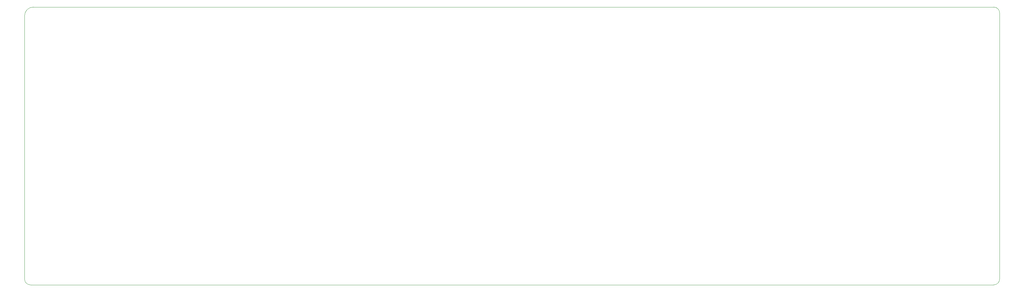
<source format=gbr>
%TF.GenerationSoftware,KiCad,Pcbnew,(5.99.0-11145-g173c9a974c)*%
%TF.CreationDate,2021-07-13T22:54:01-07:00*%
%TF.ProjectId,40r7h0,34307237-6830-42e6-9b69-6361645f7063,rev?*%
%TF.SameCoordinates,Original*%
%TF.FileFunction,Profile,NP*%
%FSLAX46Y46*%
G04 Gerber Fmt 4.6, Leading zero omitted, Abs format (unit mm)*
G04 Created by KiCad (PCBNEW (5.99.0-11145-g173c9a974c)) date 2021-07-13 22:54:01*
%MOMM*%
%LPD*%
G01*
G04 APERTURE LIST*
%TA.AperFunction,Profile*%
%ADD10C,0.100000*%
%TD*%
G04 APERTURE END LIST*
D10*
X25398400Y-100006200D02*
G75*
G02*
X23811000Y-98418800I0J1587400D01*
G01*
X288906800Y-23811000D02*
X26192100Y-23811000D01*
X290494200Y-98418800D02*
X290494200Y-25398400D01*
X23811000Y-26192100D02*
X23811000Y-98418800D01*
X25398400Y-100006200D02*
X288906800Y-100006200D01*
X288906800Y-23811000D02*
G75*
G02*
X290494200Y-25398400I0J-1587400D01*
G01*
X23811000Y-26192100D02*
G75*
G02*
X26192100Y-23811000I2381100J0D01*
G01*
X290494200Y-98418800D02*
G75*
G02*
X288906800Y-100006200I-1587400J0D01*
G01*
M02*

</source>
